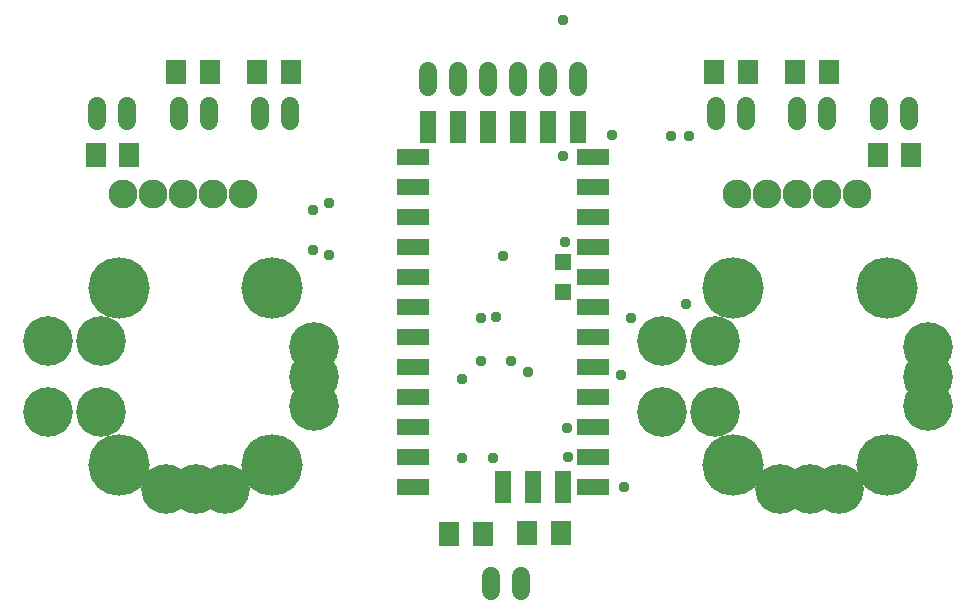
<source format=gts>
G04 EAGLE Gerber X2 export*
%TF.Part,Single*%
%TF.FileFunction,Soldermask,Top,1*%
%TF.FilePolarity,Negative*%
%TF.GenerationSoftware,Autodesk,EAGLE,9.0.1*%
%TF.CreationDate,2018-06-02T06:47:05Z*%
G75*
%MOMM*%
%FSLAX34Y34*%
%LPD*%
%AMOC8*
5,1,8,0,0,1.08239X$1,22.5*%
G01*
%ADD10C,1.524000*%
%ADD11C,2.453200*%
%ADD12C,5.203200*%
%ADD13C,4.203200*%
%ADD14R,1.473200X2.743200*%
%ADD15R,2.743200X1.473200*%
%ADD16R,1.473200X1.473200*%
%ADD17R,1.803200X2.006200*%
%ADD18C,0.959600*%


D10*
X515800Y431604D02*
X515800Y418396D01*
X490400Y418396D02*
X490400Y431604D01*
D11*
X280000Y755000D03*
X254600Y755000D03*
X229100Y755000D03*
X203800Y755000D03*
X178400Y755000D03*
D12*
X175000Y675000D03*
X305000Y675000D03*
D13*
X115000Y630000D03*
X115000Y570000D03*
X160000Y570000D03*
X160000Y630000D03*
D12*
X175000Y525000D03*
X305000Y525000D03*
D13*
X215000Y505000D03*
X240000Y505000D03*
X265000Y505000D03*
X340000Y625000D03*
X340000Y600000D03*
X340000Y575000D03*
D11*
X800000Y755000D03*
X774600Y755000D03*
X749100Y755000D03*
X723800Y755000D03*
X698400Y755000D03*
D12*
X695000Y675000D03*
X825000Y675000D03*
D13*
X635000Y630000D03*
X635000Y570000D03*
X680000Y570000D03*
X680000Y630000D03*
D12*
X695000Y525000D03*
X825000Y525000D03*
D13*
X735000Y505000D03*
X760000Y505000D03*
X785000Y505000D03*
X860000Y625000D03*
X860000Y600000D03*
X860000Y575000D03*
D14*
X436900Y811400D03*
X462300Y811400D03*
X487700Y811400D03*
X513100Y811400D03*
X538500Y811400D03*
X563900Y811400D03*
D15*
X424200Y786000D03*
X424200Y760600D03*
X424200Y735200D03*
X424200Y709800D03*
X424200Y684400D03*
X424200Y659000D03*
X424200Y633600D03*
X424200Y608200D03*
X424200Y582800D03*
X424200Y557400D03*
X424200Y532000D03*
X424200Y506600D03*
X576600Y786000D03*
X576600Y760600D03*
X576600Y735200D03*
X576600Y709800D03*
X576600Y684400D03*
X576600Y659000D03*
X576600Y633600D03*
X576600Y608200D03*
X576600Y582800D03*
X576600Y557400D03*
X576600Y532000D03*
X576600Y506600D03*
D14*
X551200Y506600D03*
X525800Y506600D03*
X500400Y506600D03*
D16*
X551200Y697100D03*
X551200Y671700D03*
D17*
X845720Y787625D03*
X817280Y787625D03*
D10*
X294200Y816396D02*
X294200Y829604D01*
X319600Y829604D02*
X319600Y816396D01*
X225450Y816396D02*
X225450Y829604D01*
X250850Y829604D02*
X250850Y816396D01*
X156700Y816396D02*
X156700Y829604D01*
X182100Y829604D02*
X182100Y816396D01*
X680700Y816396D02*
X680700Y829604D01*
X706100Y829604D02*
X706100Y816396D01*
X749450Y816396D02*
X749450Y829604D01*
X774850Y829604D02*
X774850Y816396D01*
X818200Y816396D02*
X818200Y829604D01*
X843600Y829604D02*
X843600Y816396D01*
D17*
X776220Y858000D03*
X747780Y858000D03*
X707220Y858000D03*
X678780Y858000D03*
X183720Y787500D03*
X155280Y787500D03*
X251720Y858500D03*
X223280Y858500D03*
X320720Y858500D03*
X292280Y858500D03*
X520780Y467500D03*
X549220Y467500D03*
X454780Y467000D03*
X483220Y467000D03*
D10*
X437000Y845396D02*
X437000Y858604D01*
X462400Y858604D02*
X462400Y845396D01*
X487800Y845396D02*
X487800Y858604D01*
X513200Y858604D02*
X513200Y845396D01*
X538600Y845396D02*
X538600Y858604D01*
X564000Y858604D02*
X564000Y845396D01*
D18*
X592500Y805000D03*
X553000Y714000D03*
X551000Y787000D03*
X551000Y902000D03*
X481250Y650000D03*
X481250Y613750D03*
X506875Y613750D03*
X555000Y531875D03*
X554375Y556875D03*
X494500Y650500D03*
X500500Y702000D03*
X353000Y747500D03*
X353000Y703000D03*
X339000Y741000D03*
X339000Y707000D03*
X491500Y531000D03*
X465500Y531000D03*
X642000Y804000D03*
X655500Y662000D03*
X608500Y650000D03*
X600500Y601500D03*
X465500Y598000D03*
X521000Y604500D03*
X603000Y506500D03*
X657500Y804000D03*
M02*

</source>
